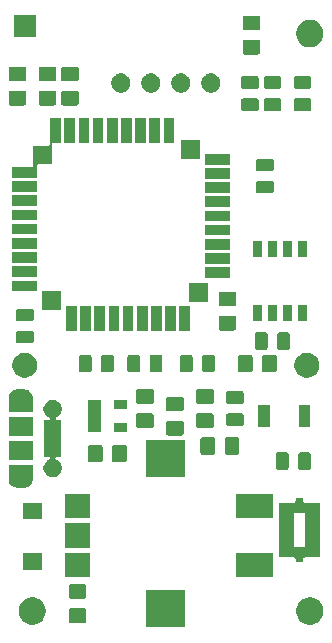
<source format=gbr>
G04 #@! TF.GenerationSoftware,KiCad,Pcbnew,(5.0.1)-4*
G04 #@! TF.CreationDate,2019-11-10T23:47:17+01:00*
G04 #@! TF.ProjectId,rak4260,72616B343236302E6B696361645F7063,0.3*
G04 #@! TF.SameCoordinates,Original*
G04 #@! TF.FileFunction,Soldermask,Top*
G04 #@! TF.FilePolarity,Negative*
%FSLAX46Y46*%
G04 Gerber Fmt 4.6, Leading zero omitted, Abs format (unit mm)*
G04 Created by KiCad (PCBNEW (5.0.1)-4) date 10/11/2019 23:47:17*
%MOMM*%
%LPD*%
G01*
G04 APERTURE LIST*
%ADD10C,0.100000*%
G04 APERTURE END LIST*
D10*
G36*
X117101000Y-90261000D02*
X113799000Y-90261000D01*
X113799000Y-87159000D01*
X117101000Y-87159000D01*
X117101000Y-90261000D01*
X117101000Y-90261000D01*
G37*
G36*
X127970734Y-87793232D02*
X128180202Y-87879996D01*
X128368723Y-88005962D01*
X128529038Y-88166277D01*
X128655004Y-88354798D01*
X128741768Y-88564266D01*
X128786000Y-88786635D01*
X128786000Y-89013365D01*
X128741768Y-89235734D01*
X128655004Y-89445202D01*
X128529038Y-89633723D01*
X128368723Y-89794038D01*
X128180202Y-89920004D01*
X127970734Y-90006768D01*
X127748365Y-90051000D01*
X127521635Y-90051000D01*
X127299266Y-90006768D01*
X127089798Y-89920004D01*
X126901277Y-89794038D01*
X126740962Y-89633723D01*
X126614996Y-89445202D01*
X126528232Y-89235734D01*
X126484000Y-89013365D01*
X126484000Y-88786635D01*
X126528232Y-88564266D01*
X126614996Y-88354798D01*
X126740962Y-88166277D01*
X126901277Y-88005962D01*
X127089798Y-87879996D01*
X127299266Y-87793232D01*
X127521635Y-87749000D01*
X127748365Y-87749000D01*
X127970734Y-87793232D01*
X127970734Y-87793232D01*
G37*
G36*
X104475734Y-87793232D02*
X104685202Y-87879996D01*
X104873723Y-88005962D01*
X105034038Y-88166277D01*
X105160004Y-88354798D01*
X105246768Y-88564266D01*
X105291000Y-88786635D01*
X105291000Y-89013365D01*
X105246768Y-89235734D01*
X105160004Y-89445202D01*
X105034038Y-89633723D01*
X104873723Y-89794038D01*
X104685202Y-89920004D01*
X104475734Y-90006768D01*
X104253365Y-90051000D01*
X104026635Y-90051000D01*
X103804266Y-90006768D01*
X103594798Y-89920004D01*
X103406277Y-89794038D01*
X103245962Y-89633723D01*
X103119996Y-89445202D01*
X103033232Y-89235734D01*
X102989000Y-89013365D01*
X102989000Y-88786635D01*
X103033232Y-88564266D01*
X103119996Y-88354798D01*
X103245962Y-88166277D01*
X103406277Y-88005962D01*
X103594798Y-87879996D01*
X103804266Y-87793232D01*
X104026635Y-87749000D01*
X104253365Y-87749000D01*
X104475734Y-87793232D01*
X104475734Y-87793232D01*
G37*
G36*
X108538677Y-88668465D02*
X108576364Y-88679898D01*
X108611103Y-88698466D01*
X108641548Y-88723452D01*
X108666534Y-88753897D01*
X108685102Y-88788636D01*
X108696535Y-88826323D01*
X108701000Y-88871661D01*
X108701000Y-89708339D01*
X108696535Y-89753677D01*
X108685102Y-89791364D01*
X108666534Y-89826103D01*
X108641548Y-89856548D01*
X108611103Y-89881534D01*
X108576364Y-89900102D01*
X108538677Y-89911535D01*
X108493339Y-89916000D01*
X107406661Y-89916000D01*
X107361323Y-89911535D01*
X107323636Y-89900102D01*
X107288897Y-89881534D01*
X107258452Y-89856548D01*
X107233466Y-89826103D01*
X107214898Y-89791364D01*
X107203465Y-89753677D01*
X107199000Y-89708339D01*
X107199000Y-88871661D01*
X107203465Y-88826323D01*
X107214898Y-88788636D01*
X107233466Y-88753897D01*
X107258452Y-88723452D01*
X107288897Y-88698466D01*
X107323636Y-88679898D01*
X107361323Y-88668465D01*
X107406661Y-88664000D01*
X108493339Y-88664000D01*
X108538677Y-88668465D01*
X108538677Y-88668465D01*
G37*
G36*
X108538677Y-86618465D02*
X108576364Y-86629898D01*
X108611103Y-86648466D01*
X108641548Y-86673452D01*
X108666534Y-86703897D01*
X108685102Y-86738636D01*
X108696535Y-86776323D01*
X108701000Y-86821661D01*
X108701000Y-87658339D01*
X108696535Y-87703677D01*
X108685102Y-87741364D01*
X108666534Y-87776103D01*
X108641548Y-87806548D01*
X108611103Y-87831534D01*
X108576364Y-87850102D01*
X108538677Y-87861535D01*
X108493339Y-87866000D01*
X107406661Y-87866000D01*
X107361323Y-87861535D01*
X107323636Y-87850102D01*
X107288897Y-87831534D01*
X107258452Y-87806548D01*
X107233466Y-87776103D01*
X107214898Y-87741364D01*
X107203465Y-87703677D01*
X107199000Y-87658339D01*
X107199000Y-86821661D01*
X107203465Y-86776323D01*
X107214898Y-86738636D01*
X107233466Y-86703897D01*
X107258452Y-86673452D01*
X107288897Y-86648466D01*
X107323636Y-86629898D01*
X107361323Y-86618465D01*
X107406661Y-86614000D01*
X108493339Y-86614000D01*
X108538677Y-86618465D01*
X108538677Y-86618465D01*
G37*
G36*
X124501000Y-86061000D02*
X121399000Y-86061000D01*
X121399000Y-83959000D01*
X124501000Y-83959000D01*
X124501000Y-86061000D01*
X124501000Y-86061000D01*
G37*
G36*
X109001000Y-86061000D02*
X106899000Y-86061000D01*
X106899000Y-83959000D01*
X109001000Y-83959000D01*
X109001000Y-86061000D01*
X109001000Y-86061000D01*
G37*
G36*
X104926000Y-85386000D02*
X103354000Y-85386000D01*
X103354000Y-84014000D01*
X104926000Y-84014000D01*
X104926000Y-85386000D01*
X104926000Y-85386000D01*
G37*
G36*
X127072000Y-79591000D02*
X127074402Y-79615386D01*
X127081515Y-79638835D01*
X127093066Y-79660446D01*
X127108612Y-79679388D01*
X127127554Y-79694934D01*
X127149165Y-79706485D01*
X127172614Y-79713598D01*
X127197000Y-79716000D01*
X128469500Y-79716000D01*
X128469500Y-84368000D01*
X127197000Y-84368000D01*
X127172614Y-84370402D01*
X127149165Y-84377515D01*
X127127554Y-84389066D01*
X127108612Y-84404612D01*
X127093066Y-84423554D01*
X127081515Y-84445165D01*
X127074402Y-84468614D01*
X127072000Y-84493000D01*
X127072000Y-84765500D01*
X126420000Y-84765500D01*
X126420000Y-84493000D01*
X126417598Y-84468614D01*
X126410485Y-84445165D01*
X126398934Y-84423554D01*
X126383388Y-84404612D01*
X126364446Y-84389066D01*
X126342835Y-84377515D01*
X126319386Y-84370402D01*
X126295000Y-84368000D01*
X125022500Y-84368000D01*
X125022500Y-80690500D01*
X126269500Y-80690500D01*
X126269500Y-83393500D01*
X126271902Y-83417886D01*
X126279015Y-83441335D01*
X126290566Y-83462946D01*
X126306112Y-83481888D01*
X126325054Y-83497434D01*
X126346665Y-83508985D01*
X126370114Y-83516098D01*
X126394500Y-83518500D01*
X127097500Y-83518500D01*
X127121886Y-83516098D01*
X127145335Y-83508985D01*
X127166946Y-83497434D01*
X127185888Y-83481888D01*
X127201434Y-83462946D01*
X127212985Y-83441335D01*
X127220098Y-83417886D01*
X127222500Y-83393500D01*
X127222500Y-80690500D01*
X127220098Y-80666114D01*
X127212985Y-80642665D01*
X127201434Y-80621054D01*
X127185888Y-80602112D01*
X127166946Y-80586566D01*
X127145335Y-80575015D01*
X127121886Y-80567902D01*
X127097500Y-80565500D01*
X126394500Y-80565500D01*
X126370114Y-80567902D01*
X126346665Y-80575015D01*
X126325054Y-80586566D01*
X126306112Y-80602112D01*
X126290566Y-80621054D01*
X126279015Y-80642665D01*
X126271902Y-80666114D01*
X126269500Y-80690500D01*
X125022500Y-80690500D01*
X125022500Y-79716000D01*
X126295000Y-79716000D01*
X126319386Y-79713598D01*
X126342835Y-79706485D01*
X126364446Y-79694934D01*
X126383388Y-79679388D01*
X126398934Y-79660446D01*
X126410485Y-79638835D01*
X126417598Y-79615386D01*
X126420000Y-79591000D01*
X126420000Y-79318500D01*
X127072000Y-79318500D01*
X127072000Y-79591000D01*
X127072000Y-79591000D01*
G37*
G36*
X109001000Y-83561000D02*
X106899000Y-83561000D01*
X106899000Y-81459000D01*
X109001000Y-81459000D01*
X109001000Y-83561000D01*
X109001000Y-83561000D01*
G37*
G36*
X104926000Y-81086000D02*
X103354000Y-81086000D01*
X103354000Y-79714000D01*
X104926000Y-79714000D01*
X104926000Y-81086000D01*
X104926000Y-81086000D01*
G37*
G36*
X109001000Y-81061000D02*
X106899000Y-81061000D01*
X106899000Y-78959000D01*
X109001000Y-78959000D01*
X109001000Y-81061000D01*
X109001000Y-81061000D01*
G37*
G36*
X124501000Y-81061000D02*
X121399000Y-81061000D01*
X121399000Y-78959000D01*
X124501000Y-78959000D01*
X124501000Y-81061000D01*
X124501000Y-81061000D01*
G37*
G36*
X104157500Y-77756886D02*
X104158102Y-77769138D01*
X104160649Y-77795000D01*
X104158102Y-77820862D01*
X104157500Y-77833114D01*
X104157500Y-77906407D01*
X104148543Y-77923165D01*
X104144410Y-77934715D01*
X104110855Y-78045333D01*
X104057319Y-78145491D01*
X104050405Y-78158426D01*
X103969053Y-78257553D01*
X103869926Y-78338905D01*
X103869924Y-78338906D01*
X103756833Y-78399355D01*
X103715927Y-78411763D01*
X103634118Y-78436580D01*
X103570355Y-78442860D01*
X103538474Y-78446000D01*
X102774526Y-78446000D01*
X102742645Y-78442860D01*
X102678882Y-78436580D01*
X102597073Y-78411763D01*
X102556167Y-78399355D01*
X102443076Y-78338906D01*
X102443074Y-78338905D01*
X102343947Y-78257553D01*
X102262595Y-78158426D01*
X102255681Y-78145491D01*
X102202145Y-78045333D01*
X102168590Y-77934715D01*
X102159212Y-77912076D01*
X102155500Y-77906520D01*
X102155500Y-77833114D01*
X102154898Y-77820862D01*
X102152351Y-77795000D01*
X102154898Y-77769138D01*
X102155500Y-77756886D01*
X102155500Y-76544000D01*
X104157500Y-76544000D01*
X104157500Y-77756886D01*
X104157500Y-77756886D01*
G37*
G36*
X106082849Y-71048820D02*
X106082852Y-71048821D01*
X106082851Y-71048821D01*
X106224074Y-71107317D01*
X106344798Y-71187983D01*
X106351174Y-71192243D01*
X106459257Y-71300326D01*
X106459259Y-71300329D01*
X106544183Y-71427426D01*
X106589427Y-71536657D01*
X106602680Y-71568651D01*
X106632500Y-71718569D01*
X106632500Y-71871431D01*
X106602680Y-72021349D01*
X106602679Y-72021351D01*
X106544183Y-72162574D01*
X106469955Y-72273663D01*
X106459257Y-72289674D01*
X106351174Y-72397757D01*
X106351171Y-72397759D01*
X106224074Y-72482683D01*
X106173778Y-72503516D01*
X106152169Y-72515067D01*
X106133227Y-72530612D01*
X106117682Y-72549554D01*
X106106131Y-72571165D01*
X106099018Y-72594614D01*
X106096616Y-72619000D01*
X106099018Y-72643387D01*
X106106131Y-72666836D01*
X106117683Y-72688447D01*
X106133228Y-72707389D01*
X106152170Y-72722934D01*
X106173781Y-72734485D01*
X106197230Y-72741598D01*
X106221616Y-72744000D01*
X106582500Y-72744000D01*
X106582500Y-75846000D01*
X106221616Y-75846000D01*
X106197230Y-75848402D01*
X106173781Y-75855515D01*
X106152170Y-75867066D01*
X106133228Y-75882612D01*
X106117682Y-75901554D01*
X106106131Y-75923165D01*
X106099018Y-75946614D01*
X106096616Y-75971000D01*
X106099018Y-75995386D01*
X106106131Y-76018835D01*
X106117682Y-76040446D01*
X106133228Y-76059388D01*
X106152170Y-76074934D01*
X106173778Y-76086484D01*
X106224074Y-76107317D01*
X106293456Y-76153677D01*
X106351174Y-76192243D01*
X106459257Y-76300326D01*
X106459259Y-76300329D01*
X106544183Y-76427426D01*
X106589427Y-76536657D01*
X106602680Y-76568651D01*
X106632500Y-76718569D01*
X106632500Y-76871431D01*
X106602680Y-77021349D01*
X106602679Y-77021351D01*
X106544183Y-77162574D01*
X106544182Y-77162575D01*
X106459257Y-77289674D01*
X106351174Y-77397757D01*
X106351171Y-77397759D01*
X106224074Y-77482683D01*
X106114843Y-77527927D01*
X106082849Y-77541180D01*
X105932931Y-77571000D01*
X105780069Y-77571000D01*
X105630151Y-77541180D01*
X105598157Y-77527927D01*
X105488926Y-77482683D01*
X105361829Y-77397759D01*
X105361826Y-77397757D01*
X105253743Y-77289674D01*
X105168818Y-77162575D01*
X105168817Y-77162574D01*
X105110321Y-77021351D01*
X105110320Y-77021349D01*
X105080500Y-76871431D01*
X105080500Y-76718569D01*
X105110320Y-76568651D01*
X105123573Y-76536657D01*
X105168817Y-76427426D01*
X105253741Y-76300329D01*
X105253743Y-76300326D01*
X105361826Y-76192243D01*
X105419544Y-76153677D01*
X105488926Y-76107317D01*
X105539222Y-76086484D01*
X105560831Y-76074933D01*
X105579773Y-76059388D01*
X105595318Y-76040446D01*
X105606869Y-76018835D01*
X105613982Y-75995386D01*
X105616384Y-75971000D01*
X105613982Y-75946613D01*
X105606869Y-75923164D01*
X105595317Y-75901553D01*
X105579772Y-75882611D01*
X105560830Y-75867066D01*
X105539219Y-75855515D01*
X105515770Y-75848402D01*
X105491384Y-75846000D01*
X105130500Y-75846000D01*
X105130500Y-72744000D01*
X105491384Y-72744000D01*
X105515770Y-72741598D01*
X105539219Y-72734485D01*
X105560830Y-72722934D01*
X105579772Y-72707388D01*
X105595318Y-72688446D01*
X105606869Y-72666835D01*
X105613982Y-72643386D01*
X105616384Y-72619000D01*
X105613982Y-72594614D01*
X105606869Y-72571165D01*
X105595318Y-72549554D01*
X105579772Y-72530612D01*
X105560830Y-72515066D01*
X105539222Y-72503516D01*
X105488926Y-72482683D01*
X105361829Y-72397759D01*
X105361826Y-72397757D01*
X105253743Y-72289674D01*
X105243045Y-72273663D01*
X105168817Y-72162574D01*
X105110321Y-72021351D01*
X105110320Y-72021349D01*
X105080500Y-71871431D01*
X105080500Y-71718569D01*
X105110320Y-71568651D01*
X105123573Y-71536657D01*
X105168817Y-71427426D01*
X105253741Y-71300329D01*
X105253743Y-71300326D01*
X105361826Y-71192243D01*
X105368202Y-71187983D01*
X105488926Y-71107317D01*
X105630149Y-71048821D01*
X105630148Y-71048821D01*
X105630151Y-71048820D01*
X105780069Y-71019000D01*
X105932931Y-71019000D01*
X106082849Y-71048820D01*
X106082849Y-71048820D01*
G37*
G36*
X117101000Y-77561000D02*
X113799000Y-77561000D01*
X113799000Y-74459000D01*
X117101000Y-74459000D01*
X117101000Y-77561000D01*
X117101000Y-77561000D01*
G37*
G36*
X127547466Y-75453565D02*
X127586137Y-75465296D01*
X127621779Y-75484348D01*
X127653017Y-75509983D01*
X127678652Y-75541221D01*
X127697704Y-75576863D01*
X127709435Y-75615534D01*
X127714000Y-75661888D01*
X127714000Y-76738112D01*
X127709435Y-76784466D01*
X127697704Y-76823137D01*
X127678652Y-76858779D01*
X127653017Y-76890017D01*
X127621779Y-76915652D01*
X127586137Y-76934704D01*
X127547466Y-76946435D01*
X127501112Y-76951000D01*
X126849888Y-76951000D01*
X126803534Y-76946435D01*
X126764863Y-76934704D01*
X126729221Y-76915652D01*
X126697983Y-76890017D01*
X126672348Y-76858779D01*
X126653296Y-76823137D01*
X126641565Y-76784466D01*
X126637000Y-76738112D01*
X126637000Y-75661888D01*
X126641565Y-75615534D01*
X126653296Y-75576863D01*
X126672348Y-75541221D01*
X126697983Y-75509983D01*
X126729221Y-75484348D01*
X126764863Y-75465296D01*
X126803534Y-75453565D01*
X126849888Y-75449000D01*
X127501112Y-75449000D01*
X127547466Y-75453565D01*
X127547466Y-75453565D01*
G37*
G36*
X125672466Y-75453565D02*
X125711137Y-75465296D01*
X125746779Y-75484348D01*
X125778017Y-75509983D01*
X125803652Y-75541221D01*
X125822704Y-75576863D01*
X125834435Y-75615534D01*
X125839000Y-75661888D01*
X125839000Y-76738112D01*
X125834435Y-76784466D01*
X125822704Y-76823137D01*
X125803652Y-76858779D01*
X125778017Y-76890017D01*
X125746779Y-76915652D01*
X125711137Y-76934704D01*
X125672466Y-76946435D01*
X125626112Y-76951000D01*
X124974888Y-76951000D01*
X124928534Y-76946435D01*
X124889863Y-76934704D01*
X124854221Y-76915652D01*
X124822983Y-76890017D01*
X124797348Y-76858779D01*
X124778296Y-76823137D01*
X124766565Y-76784466D01*
X124762000Y-76738112D01*
X124762000Y-75661888D01*
X124766565Y-75615534D01*
X124778296Y-75576863D01*
X124797348Y-75541221D01*
X124822983Y-75509983D01*
X124854221Y-75484348D01*
X124889863Y-75465296D01*
X124928534Y-75453565D01*
X124974888Y-75449000D01*
X125626112Y-75449000D01*
X125672466Y-75453565D01*
X125672466Y-75453565D01*
G37*
G36*
X109928677Y-74818465D02*
X109966364Y-74829898D01*
X110001103Y-74848466D01*
X110031548Y-74873452D01*
X110056534Y-74903897D01*
X110075102Y-74938636D01*
X110086535Y-74976323D01*
X110091000Y-75021661D01*
X110091000Y-76108339D01*
X110086535Y-76153677D01*
X110075102Y-76191364D01*
X110056534Y-76226103D01*
X110031548Y-76256548D01*
X110001103Y-76281534D01*
X109966364Y-76300102D01*
X109928677Y-76311535D01*
X109883339Y-76316000D01*
X109046661Y-76316000D01*
X109001323Y-76311535D01*
X108963636Y-76300102D01*
X108928897Y-76281534D01*
X108898452Y-76256548D01*
X108873466Y-76226103D01*
X108854898Y-76191364D01*
X108843465Y-76153677D01*
X108839000Y-76108339D01*
X108839000Y-75021661D01*
X108843465Y-74976323D01*
X108854898Y-74938636D01*
X108873466Y-74903897D01*
X108898452Y-74873452D01*
X108928897Y-74848466D01*
X108963636Y-74829898D01*
X109001323Y-74818465D01*
X109046661Y-74814000D01*
X109883339Y-74814000D01*
X109928677Y-74818465D01*
X109928677Y-74818465D01*
G37*
G36*
X111978677Y-74818465D02*
X112016364Y-74829898D01*
X112051103Y-74848466D01*
X112081548Y-74873452D01*
X112106534Y-74903897D01*
X112125102Y-74938636D01*
X112136535Y-74976323D01*
X112141000Y-75021661D01*
X112141000Y-76108339D01*
X112136535Y-76153677D01*
X112125102Y-76191364D01*
X112106534Y-76226103D01*
X112081548Y-76256548D01*
X112051103Y-76281534D01*
X112016364Y-76300102D01*
X111978677Y-76311535D01*
X111933339Y-76316000D01*
X111096661Y-76316000D01*
X111051323Y-76311535D01*
X111013636Y-76300102D01*
X110978897Y-76281534D01*
X110948452Y-76256548D01*
X110923466Y-76226103D01*
X110904898Y-76191364D01*
X110893465Y-76153677D01*
X110889000Y-76108339D01*
X110889000Y-75021661D01*
X110893465Y-74976323D01*
X110904898Y-74938636D01*
X110923466Y-74903897D01*
X110948452Y-74873452D01*
X110978897Y-74848466D01*
X111013636Y-74829898D01*
X111051323Y-74818465D01*
X111096661Y-74814000D01*
X111933339Y-74814000D01*
X111978677Y-74818465D01*
X111978677Y-74818465D01*
G37*
G36*
X104157500Y-76096000D02*
X102155500Y-76096000D01*
X102155500Y-74494000D01*
X104157500Y-74494000D01*
X104157500Y-76096000D01*
X104157500Y-76096000D01*
G37*
G36*
X119453677Y-74183465D02*
X119491364Y-74194898D01*
X119526103Y-74213466D01*
X119556548Y-74238452D01*
X119581534Y-74268897D01*
X119600102Y-74303636D01*
X119611535Y-74341323D01*
X119616000Y-74386661D01*
X119616000Y-75473339D01*
X119611535Y-75518677D01*
X119600102Y-75556364D01*
X119581534Y-75591103D01*
X119556548Y-75621548D01*
X119526103Y-75646534D01*
X119491364Y-75665102D01*
X119453677Y-75676535D01*
X119408339Y-75681000D01*
X118571661Y-75681000D01*
X118526323Y-75676535D01*
X118488636Y-75665102D01*
X118453897Y-75646534D01*
X118423452Y-75621548D01*
X118398466Y-75591103D01*
X118379898Y-75556364D01*
X118368465Y-75518677D01*
X118364000Y-75473339D01*
X118364000Y-74386661D01*
X118368465Y-74341323D01*
X118379898Y-74303636D01*
X118398466Y-74268897D01*
X118423452Y-74238452D01*
X118453897Y-74213466D01*
X118488636Y-74194898D01*
X118526323Y-74183465D01*
X118571661Y-74179000D01*
X119408339Y-74179000D01*
X119453677Y-74183465D01*
X119453677Y-74183465D01*
G37*
G36*
X121503677Y-74183465D02*
X121541364Y-74194898D01*
X121576103Y-74213466D01*
X121606548Y-74238452D01*
X121631534Y-74268897D01*
X121650102Y-74303636D01*
X121661535Y-74341323D01*
X121666000Y-74386661D01*
X121666000Y-75473339D01*
X121661535Y-75518677D01*
X121650102Y-75556364D01*
X121631534Y-75591103D01*
X121606548Y-75621548D01*
X121576103Y-75646534D01*
X121541364Y-75665102D01*
X121503677Y-75676535D01*
X121458339Y-75681000D01*
X120621661Y-75681000D01*
X120576323Y-75676535D01*
X120538636Y-75665102D01*
X120503897Y-75646534D01*
X120473452Y-75621548D01*
X120448466Y-75591103D01*
X120429898Y-75556364D01*
X120418465Y-75518677D01*
X120414000Y-75473339D01*
X120414000Y-74386661D01*
X120418465Y-74341323D01*
X120429898Y-74303636D01*
X120448466Y-74268897D01*
X120473452Y-74238452D01*
X120503897Y-74213466D01*
X120538636Y-74194898D01*
X120576323Y-74183465D01*
X120621661Y-74179000D01*
X121458339Y-74179000D01*
X121503677Y-74183465D01*
X121503677Y-74183465D01*
G37*
G36*
X104157500Y-74096000D02*
X102155500Y-74096000D01*
X102155500Y-72494000D01*
X104157500Y-72494000D01*
X104157500Y-74096000D01*
X104157500Y-74096000D01*
G37*
G36*
X116793677Y-72793465D02*
X116831364Y-72804898D01*
X116866103Y-72823466D01*
X116896548Y-72848452D01*
X116921534Y-72878897D01*
X116940102Y-72913636D01*
X116951535Y-72951323D01*
X116956000Y-72996661D01*
X116956000Y-73833339D01*
X116951535Y-73878677D01*
X116940102Y-73916364D01*
X116921534Y-73951103D01*
X116896548Y-73981548D01*
X116866103Y-74006534D01*
X116831364Y-74025102D01*
X116793677Y-74036535D01*
X116748339Y-74041000D01*
X115661661Y-74041000D01*
X115616323Y-74036535D01*
X115578636Y-74025102D01*
X115543897Y-74006534D01*
X115513452Y-73981548D01*
X115488466Y-73951103D01*
X115469898Y-73916364D01*
X115458465Y-73878677D01*
X115454000Y-73833339D01*
X115454000Y-72996661D01*
X115458465Y-72951323D01*
X115469898Y-72913636D01*
X115488466Y-72878897D01*
X115513452Y-72848452D01*
X115543897Y-72823466D01*
X115578636Y-72804898D01*
X115616323Y-72793465D01*
X115661661Y-72789000D01*
X116748339Y-72789000D01*
X116793677Y-72793465D01*
X116793677Y-72793465D01*
G37*
G36*
X112171000Y-73716000D02*
X111009000Y-73716000D01*
X111009000Y-72964000D01*
X112171000Y-72964000D01*
X112171000Y-73716000D01*
X112171000Y-73716000D01*
G37*
G36*
X109971000Y-73716000D02*
X108809000Y-73716000D01*
X108809000Y-71064000D01*
X109971000Y-71064000D01*
X109971000Y-73716000D01*
X109971000Y-73716000D01*
G37*
G36*
X114253677Y-72158465D02*
X114291364Y-72169898D01*
X114326103Y-72188466D01*
X114356548Y-72213452D01*
X114381534Y-72243897D01*
X114400102Y-72278636D01*
X114411535Y-72316323D01*
X114416000Y-72361661D01*
X114416000Y-73198339D01*
X114411535Y-73243677D01*
X114400102Y-73281364D01*
X114381534Y-73316103D01*
X114356548Y-73346548D01*
X114326103Y-73371534D01*
X114291364Y-73390102D01*
X114253677Y-73401535D01*
X114208339Y-73406000D01*
X113121661Y-73406000D01*
X113076323Y-73401535D01*
X113038636Y-73390102D01*
X113003897Y-73371534D01*
X112973452Y-73346548D01*
X112948466Y-73316103D01*
X112929898Y-73281364D01*
X112918465Y-73243677D01*
X112914000Y-73198339D01*
X112914000Y-72361661D01*
X112918465Y-72316323D01*
X112929898Y-72278636D01*
X112948466Y-72243897D01*
X112973452Y-72213452D01*
X113003897Y-72188466D01*
X113038636Y-72169898D01*
X113076323Y-72158465D01*
X113121661Y-72154000D01*
X114208339Y-72154000D01*
X114253677Y-72158465D01*
X114253677Y-72158465D01*
G37*
G36*
X119333677Y-72158465D02*
X119371364Y-72169898D01*
X119406103Y-72188466D01*
X119436548Y-72213452D01*
X119461534Y-72243897D01*
X119480102Y-72278636D01*
X119491535Y-72316323D01*
X119496000Y-72361661D01*
X119496000Y-73198339D01*
X119491535Y-73243677D01*
X119480102Y-73281364D01*
X119461534Y-73316103D01*
X119436548Y-73346548D01*
X119406103Y-73371534D01*
X119371364Y-73390102D01*
X119333677Y-73401535D01*
X119288339Y-73406000D01*
X118201661Y-73406000D01*
X118156323Y-73401535D01*
X118118636Y-73390102D01*
X118083897Y-73371534D01*
X118053452Y-73346548D01*
X118028466Y-73316103D01*
X118009898Y-73281364D01*
X117998465Y-73243677D01*
X117994000Y-73198339D01*
X117994000Y-72361661D01*
X117998465Y-72316323D01*
X118009898Y-72278636D01*
X118028466Y-72243897D01*
X118053452Y-72213452D01*
X118083897Y-72188466D01*
X118118636Y-72169898D01*
X118156323Y-72158465D01*
X118201661Y-72154000D01*
X119288339Y-72154000D01*
X119333677Y-72158465D01*
X119333677Y-72158465D01*
G37*
G36*
X124277000Y-73291000D02*
X123275000Y-73291000D01*
X123275000Y-71489000D01*
X124277000Y-71489000D01*
X124277000Y-73291000D01*
X124277000Y-73291000D01*
G37*
G36*
X127677000Y-73291000D02*
X126675000Y-73291000D01*
X126675000Y-71489000D01*
X127677000Y-71489000D01*
X127677000Y-73291000D01*
X127677000Y-73291000D01*
G37*
G36*
X121869466Y-72158565D02*
X121908137Y-72170296D01*
X121943779Y-72189348D01*
X121975017Y-72214983D01*
X122000652Y-72246221D01*
X122019704Y-72281863D01*
X122031435Y-72320534D01*
X122036000Y-72366888D01*
X122036000Y-73018112D01*
X122031435Y-73064466D01*
X122019704Y-73103137D01*
X122000652Y-73138779D01*
X121975017Y-73170017D01*
X121943779Y-73195652D01*
X121908137Y-73214704D01*
X121869466Y-73226435D01*
X121823112Y-73231000D01*
X120746888Y-73231000D01*
X120700534Y-73226435D01*
X120661863Y-73214704D01*
X120626221Y-73195652D01*
X120594983Y-73170017D01*
X120569348Y-73138779D01*
X120550296Y-73103137D01*
X120538565Y-73064466D01*
X120534000Y-73018112D01*
X120534000Y-72366888D01*
X120538565Y-72320534D01*
X120550296Y-72281863D01*
X120569348Y-72246221D01*
X120594983Y-72214983D01*
X120626221Y-72189348D01*
X120661863Y-72170296D01*
X120700534Y-72158565D01*
X120746888Y-72154000D01*
X121823112Y-72154000D01*
X121869466Y-72158565D01*
X121869466Y-72158565D01*
G37*
G36*
X103570355Y-70147140D02*
X103634118Y-70153420D01*
X103715927Y-70178237D01*
X103756833Y-70190645D01*
X103821035Y-70224962D01*
X103869926Y-70251095D01*
X103969053Y-70332447D01*
X104050405Y-70431574D01*
X104050406Y-70431576D01*
X104110855Y-70544667D01*
X104144410Y-70655285D01*
X104153788Y-70677924D01*
X104157500Y-70683480D01*
X104157500Y-70756886D01*
X104158102Y-70769138D01*
X104160649Y-70795000D01*
X104158102Y-70820862D01*
X104157500Y-70833114D01*
X104157500Y-72046000D01*
X102155500Y-72046000D01*
X102155500Y-70833114D01*
X102154898Y-70820862D01*
X102152351Y-70795000D01*
X102154898Y-70769138D01*
X102155500Y-70756886D01*
X102155500Y-70683593D01*
X102164457Y-70666835D01*
X102168590Y-70655285D01*
X102202145Y-70544667D01*
X102262594Y-70431576D01*
X102262595Y-70431574D01*
X102343947Y-70332447D01*
X102443074Y-70251095D01*
X102491965Y-70224962D01*
X102556167Y-70190645D01*
X102597073Y-70178237D01*
X102678882Y-70153420D01*
X102742645Y-70147140D01*
X102774526Y-70144000D01*
X103538474Y-70144000D01*
X103570355Y-70147140D01*
X103570355Y-70147140D01*
G37*
G36*
X116793677Y-70743465D02*
X116831364Y-70754898D01*
X116866103Y-70773466D01*
X116896548Y-70798452D01*
X116921534Y-70828897D01*
X116940102Y-70863636D01*
X116951535Y-70901323D01*
X116956000Y-70946661D01*
X116956000Y-71783339D01*
X116951535Y-71828677D01*
X116940102Y-71866364D01*
X116921534Y-71901103D01*
X116896548Y-71931548D01*
X116866103Y-71956534D01*
X116831364Y-71975102D01*
X116793677Y-71986535D01*
X116748339Y-71991000D01*
X115661661Y-71991000D01*
X115616323Y-71986535D01*
X115578636Y-71975102D01*
X115543897Y-71956534D01*
X115513452Y-71931548D01*
X115488466Y-71901103D01*
X115469898Y-71866364D01*
X115458465Y-71828677D01*
X115454000Y-71783339D01*
X115454000Y-70946661D01*
X115458465Y-70901323D01*
X115469898Y-70863636D01*
X115488466Y-70828897D01*
X115513452Y-70798452D01*
X115543897Y-70773466D01*
X115578636Y-70754898D01*
X115616323Y-70743465D01*
X115661661Y-70739000D01*
X116748339Y-70739000D01*
X116793677Y-70743465D01*
X116793677Y-70743465D01*
G37*
G36*
X112171000Y-71816000D02*
X111009000Y-71816000D01*
X111009000Y-71064000D01*
X112171000Y-71064000D01*
X112171000Y-71816000D01*
X112171000Y-71816000D01*
G37*
G36*
X119333677Y-70108465D02*
X119371364Y-70119898D01*
X119406103Y-70138466D01*
X119436548Y-70163452D01*
X119461534Y-70193897D01*
X119480102Y-70228636D01*
X119491535Y-70266323D01*
X119496000Y-70311661D01*
X119496000Y-71148339D01*
X119491535Y-71193677D01*
X119480102Y-71231364D01*
X119461534Y-71266103D01*
X119436548Y-71296548D01*
X119406103Y-71321534D01*
X119371364Y-71340102D01*
X119333677Y-71351535D01*
X119288339Y-71356000D01*
X118201661Y-71356000D01*
X118156323Y-71351535D01*
X118118636Y-71340102D01*
X118083897Y-71321534D01*
X118053452Y-71296548D01*
X118028466Y-71266103D01*
X118009898Y-71231364D01*
X117998465Y-71193677D01*
X117994000Y-71148339D01*
X117994000Y-70311661D01*
X117998465Y-70266323D01*
X118009898Y-70228636D01*
X118028466Y-70193897D01*
X118053452Y-70163452D01*
X118083897Y-70138466D01*
X118118636Y-70119898D01*
X118156323Y-70108465D01*
X118201661Y-70104000D01*
X119288339Y-70104000D01*
X119333677Y-70108465D01*
X119333677Y-70108465D01*
G37*
G36*
X121869466Y-70283565D02*
X121908137Y-70295296D01*
X121943779Y-70314348D01*
X121975017Y-70339983D01*
X122000652Y-70371221D01*
X122019704Y-70406863D01*
X122031435Y-70445534D01*
X122036000Y-70491888D01*
X122036000Y-71143112D01*
X122031435Y-71189466D01*
X122019704Y-71228137D01*
X122000652Y-71263779D01*
X121975017Y-71295017D01*
X121943779Y-71320652D01*
X121908137Y-71339704D01*
X121869466Y-71351435D01*
X121823112Y-71356000D01*
X120746888Y-71356000D01*
X120700534Y-71351435D01*
X120661863Y-71339704D01*
X120626221Y-71320652D01*
X120594983Y-71295017D01*
X120569348Y-71263779D01*
X120550296Y-71228137D01*
X120538565Y-71189466D01*
X120534000Y-71143112D01*
X120534000Y-70491888D01*
X120538565Y-70445534D01*
X120550296Y-70406863D01*
X120569348Y-70371221D01*
X120594983Y-70339983D01*
X120626221Y-70314348D01*
X120661863Y-70295296D01*
X120700534Y-70283565D01*
X120746888Y-70279000D01*
X121823112Y-70279000D01*
X121869466Y-70283565D01*
X121869466Y-70283565D01*
G37*
G36*
X114253677Y-70108465D02*
X114291364Y-70119898D01*
X114326103Y-70138466D01*
X114356548Y-70163452D01*
X114381534Y-70193897D01*
X114400102Y-70228636D01*
X114411535Y-70266323D01*
X114416000Y-70311661D01*
X114416000Y-71148339D01*
X114411535Y-71193677D01*
X114400102Y-71231364D01*
X114381534Y-71266103D01*
X114356548Y-71296548D01*
X114326103Y-71321534D01*
X114291364Y-71340102D01*
X114253677Y-71351535D01*
X114208339Y-71356000D01*
X113121661Y-71356000D01*
X113076323Y-71351535D01*
X113038636Y-71340102D01*
X113003897Y-71321534D01*
X112973452Y-71296548D01*
X112948466Y-71266103D01*
X112929898Y-71231364D01*
X112918465Y-71193677D01*
X112914000Y-71148339D01*
X112914000Y-70311661D01*
X112918465Y-70266323D01*
X112929898Y-70228636D01*
X112948466Y-70193897D01*
X112973452Y-70163452D01*
X113003897Y-70138466D01*
X113038636Y-70119898D01*
X113076323Y-70108465D01*
X113121661Y-70104000D01*
X114208339Y-70104000D01*
X114253677Y-70108465D01*
X114253677Y-70108465D01*
G37*
G36*
X103787565Y-67085389D02*
X103978834Y-67164615D01*
X104150976Y-67279637D01*
X104297363Y-67426024D01*
X104412385Y-67598166D01*
X104491611Y-67789435D01*
X104532000Y-67992484D01*
X104532000Y-68199516D01*
X104491611Y-68402565D01*
X104412385Y-68593834D01*
X104297363Y-68765976D01*
X104150976Y-68912363D01*
X103978834Y-69027385D01*
X103787565Y-69106611D01*
X103584516Y-69147000D01*
X103377484Y-69147000D01*
X103174435Y-69106611D01*
X102983166Y-69027385D01*
X102811024Y-68912363D01*
X102664637Y-68765976D01*
X102549615Y-68593834D01*
X102470389Y-68402565D01*
X102430000Y-68199516D01*
X102430000Y-67992484D01*
X102470389Y-67789435D01*
X102549615Y-67598166D01*
X102664637Y-67426024D01*
X102811024Y-67279637D01*
X102983166Y-67164615D01*
X103174435Y-67085389D01*
X103377484Y-67045000D01*
X103584516Y-67045000D01*
X103787565Y-67085389D01*
X103787565Y-67085389D01*
G37*
G36*
X127687565Y-67085389D02*
X127878834Y-67164615D01*
X128050976Y-67279637D01*
X128197363Y-67426024D01*
X128312385Y-67598166D01*
X128391611Y-67789435D01*
X128432000Y-67992484D01*
X128432000Y-68199516D01*
X128391611Y-68402565D01*
X128312385Y-68593834D01*
X128197363Y-68765976D01*
X128050976Y-68912363D01*
X127878834Y-69027385D01*
X127687565Y-69106611D01*
X127484516Y-69147000D01*
X127277484Y-69147000D01*
X127074435Y-69106611D01*
X126883166Y-69027385D01*
X126711024Y-68912363D01*
X126564637Y-68765976D01*
X126449615Y-68593834D01*
X126370389Y-68402565D01*
X126330000Y-68199516D01*
X126330000Y-67992484D01*
X126370389Y-67789435D01*
X126449615Y-67598166D01*
X126564637Y-67426024D01*
X126711024Y-67279637D01*
X126883166Y-67164615D01*
X127074435Y-67085389D01*
X127277484Y-67045000D01*
X127484516Y-67045000D01*
X127687565Y-67085389D01*
X127687565Y-67085389D01*
G37*
G36*
X119419466Y-67198565D02*
X119458137Y-67210296D01*
X119493779Y-67229348D01*
X119525017Y-67254983D01*
X119550652Y-67286221D01*
X119569704Y-67321863D01*
X119581435Y-67360534D01*
X119586000Y-67406888D01*
X119586000Y-68483112D01*
X119581435Y-68529466D01*
X119569704Y-68568137D01*
X119550652Y-68603779D01*
X119525017Y-68635017D01*
X119493779Y-68660652D01*
X119458137Y-68679704D01*
X119419466Y-68691435D01*
X119373112Y-68696000D01*
X118721888Y-68696000D01*
X118675534Y-68691435D01*
X118636863Y-68679704D01*
X118601221Y-68660652D01*
X118569983Y-68635017D01*
X118544348Y-68603779D01*
X118525296Y-68568137D01*
X118513565Y-68529466D01*
X118509000Y-68483112D01*
X118509000Y-67406888D01*
X118513565Y-67360534D01*
X118525296Y-67321863D01*
X118544348Y-67286221D01*
X118569983Y-67254983D01*
X118601221Y-67229348D01*
X118636863Y-67210296D01*
X118675534Y-67198565D01*
X118721888Y-67194000D01*
X119373112Y-67194000D01*
X119419466Y-67198565D01*
X119419466Y-67198565D01*
G37*
G36*
X124678677Y-67198465D02*
X124716364Y-67209898D01*
X124751103Y-67228466D01*
X124781548Y-67253452D01*
X124806534Y-67283897D01*
X124825102Y-67318636D01*
X124836535Y-67356323D01*
X124841000Y-67401661D01*
X124841000Y-68488339D01*
X124836535Y-68533677D01*
X124825102Y-68571364D01*
X124806534Y-68606103D01*
X124781548Y-68636548D01*
X124751103Y-68661534D01*
X124716364Y-68680102D01*
X124678677Y-68691535D01*
X124633339Y-68696000D01*
X123796661Y-68696000D01*
X123751323Y-68691535D01*
X123713636Y-68680102D01*
X123678897Y-68661534D01*
X123648452Y-68636548D01*
X123623466Y-68606103D01*
X123604898Y-68571364D01*
X123593465Y-68533677D01*
X123589000Y-68488339D01*
X123589000Y-67401661D01*
X123593465Y-67356323D01*
X123604898Y-67318636D01*
X123623466Y-67283897D01*
X123648452Y-67253452D01*
X123678897Y-67228466D01*
X123713636Y-67209898D01*
X123751323Y-67198465D01*
X123796661Y-67194000D01*
X124633339Y-67194000D01*
X124678677Y-67198465D01*
X124678677Y-67198465D01*
G37*
G36*
X122628677Y-67198465D02*
X122666364Y-67209898D01*
X122701103Y-67228466D01*
X122731548Y-67253452D01*
X122756534Y-67283897D01*
X122775102Y-67318636D01*
X122786535Y-67356323D01*
X122791000Y-67401661D01*
X122791000Y-68488339D01*
X122786535Y-68533677D01*
X122775102Y-68571364D01*
X122756534Y-68606103D01*
X122731548Y-68636548D01*
X122701103Y-68661534D01*
X122666364Y-68680102D01*
X122628677Y-68691535D01*
X122583339Y-68696000D01*
X121746661Y-68696000D01*
X121701323Y-68691535D01*
X121663636Y-68680102D01*
X121628897Y-68661534D01*
X121598452Y-68636548D01*
X121573466Y-68606103D01*
X121554898Y-68571364D01*
X121543465Y-68533677D01*
X121539000Y-68488339D01*
X121539000Y-67401661D01*
X121543465Y-67356323D01*
X121554898Y-67318636D01*
X121573466Y-67283897D01*
X121598452Y-67253452D01*
X121628897Y-67228466D01*
X121663636Y-67209898D01*
X121701323Y-67198465D01*
X121746661Y-67194000D01*
X122583339Y-67194000D01*
X122628677Y-67198465D01*
X122628677Y-67198465D01*
G37*
G36*
X108986466Y-67198565D02*
X109025137Y-67210296D01*
X109060779Y-67229348D01*
X109092017Y-67254983D01*
X109117652Y-67286221D01*
X109136704Y-67321863D01*
X109148435Y-67360534D01*
X109153000Y-67406888D01*
X109153000Y-68483112D01*
X109148435Y-68529466D01*
X109136704Y-68568137D01*
X109117652Y-68603779D01*
X109092017Y-68635017D01*
X109060779Y-68660652D01*
X109025137Y-68679704D01*
X108986466Y-68691435D01*
X108940112Y-68696000D01*
X108288888Y-68696000D01*
X108242534Y-68691435D01*
X108203863Y-68679704D01*
X108168221Y-68660652D01*
X108136983Y-68635017D01*
X108111348Y-68603779D01*
X108092296Y-68568137D01*
X108080565Y-68529466D01*
X108076000Y-68483112D01*
X108076000Y-67406888D01*
X108080565Y-67360534D01*
X108092296Y-67321863D01*
X108111348Y-67286221D01*
X108136983Y-67254983D01*
X108168221Y-67229348D01*
X108203863Y-67210296D01*
X108242534Y-67198565D01*
X108288888Y-67194000D01*
X108940112Y-67194000D01*
X108986466Y-67198565D01*
X108986466Y-67198565D01*
G37*
G36*
X110861466Y-67198565D02*
X110900137Y-67210296D01*
X110935779Y-67229348D01*
X110967017Y-67254983D01*
X110992652Y-67286221D01*
X111011704Y-67321863D01*
X111023435Y-67360534D01*
X111028000Y-67406888D01*
X111028000Y-68483112D01*
X111023435Y-68529466D01*
X111011704Y-68568137D01*
X110992652Y-68603779D01*
X110967017Y-68635017D01*
X110935779Y-68660652D01*
X110900137Y-68679704D01*
X110861466Y-68691435D01*
X110815112Y-68696000D01*
X110163888Y-68696000D01*
X110117534Y-68691435D01*
X110078863Y-68679704D01*
X110043221Y-68660652D01*
X110011983Y-68635017D01*
X109986348Y-68603779D01*
X109967296Y-68568137D01*
X109955565Y-68529466D01*
X109951000Y-68483112D01*
X109951000Y-67406888D01*
X109955565Y-67360534D01*
X109967296Y-67321863D01*
X109986348Y-67286221D01*
X110011983Y-67254983D01*
X110043221Y-67229348D01*
X110078863Y-67210296D01*
X110117534Y-67198565D01*
X110163888Y-67194000D01*
X110815112Y-67194000D01*
X110861466Y-67198565D01*
X110861466Y-67198565D01*
G37*
G36*
X113099466Y-67198565D02*
X113138137Y-67210296D01*
X113173779Y-67229348D01*
X113205017Y-67254983D01*
X113230652Y-67286221D01*
X113249704Y-67321863D01*
X113261435Y-67360534D01*
X113266000Y-67406888D01*
X113266000Y-68483112D01*
X113261435Y-68529466D01*
X113249704Y-68568137D01*
X113230652Y-68603779D01*
X113205017Y-68635017D01*
X113173779Y-68660652D01*
X113138137Y-68679704D01*
X113099466Y-68691435D01*
X113053112Y-68696000D01*
X112401888Y-68696000D01*
X112355534Y-68691435D01*
X112316863Y-68679704D01*
X112281221Y-68660652D01*
X112249983Y-68635017D01*
X112224348Y-68603779D01*
X112205296Y-68568137D01*
X112193565Y-68529466D01*
X112189000Y-68483112D01*
X112189000Y-67406888D01*
X112193565Y-67360534D01*
X112205296Y-67321863D01*
X112224348Y-67286221D01*
X112249983Y-67254983D01*
X112281221Y-67229348D01*
X112316863Y-67210296D01*
X112355534Y-67198565D01*
X112401888Y-67194000D01*
X113053112Y-67194000D01*
X113099466Y-67198565D01*
X113099466Y-67198565D01*
G37*
G36*
X114974466Y-67198565D02*
X115013137Y-67210296D01*
X115048779Y-67229348D01*
X115080017Y-67254983D01*
X115105652Y-67286221D01*
X115124704Y-67321863D01*
X115136435Y-67360534D01*
X115141000Y-67406888D01*
X115141000Y-68483112D01*
X115136435Y-68529466D01*
X115124704Y-68568137D01*
X115105652Y-68603779D01*
X115080017Y-68635017D01*
X115048779Y-68660652D01*
X115013137Y-68679704D01*
X114974466Y-68691435D01*
X114928112Y-68696000D01*
X114276888Y-68696000D01*
X114230534Y-68691435D01*
X114191863Y-68679704D01*
X114156221Y-68660652D01*
X114124983Y-68635017D01*
X114099348Y-68603779D01*
X114080296Y-68568137D01*
X114068565Y-68529466D01*
X114064000Y-68483112D01*
X114064000Y-67406888D01*
X114068565Y-67360534D01*
X114080296Y-67321863D01*
X114099348Y-67286221D01*
X114124983Y-67254983D01*
X114156221Y-67229348D01*
X114191863Y-67210296D01*
X114230534Y-67198565D01*
X114276888Y-67194000D01*
X114928112Y-67194000D01*
X114974466Y-67198565D01*
X114974466Y-67198565D01*
G37*
G36*
X117544466Y-67198565D02*
X117583137Y-67210296D01*
X117618779Y-67229348D01*
X117650017Y-67254983D01*
X117675652Y-67286221D01*
X117694704Y-67321863D01*
X117706435Y-67360534D01*
X117711000Y-67406888D01*
X117711000Y-68483112D01*
X117706435Y-68529466D01*
X117694704Y-68568137D01*
X117675652Y-68603779D01*
X117650017Y-68635017D01*
X117618779Y-68660652D01*
X117583137Y-68679704D01*
X117544466Y-68691435D01*
X117498112Y-68696000D01*
X116846888Y-68696000D01*
X116800534Y-68691435D01*
X116761863Y-68679704D01*
X116726221Y-68660652D01*
X116694983Y-68635017D01*
X116669348Y-68603779D01*
X116650296Y-68568137D01*
X116638565Y-68529466D01*
X116634000Y-68483112D01*
X116634000Y-67406888D01*
X116638565Y-67360534D01*
X116650296Y-67321863D01*
X116669348Y-67286221D01*
X116694983Y-67254983D01*
X116726221Y-67229348D01*
X116761863Y-67210296D01*
X116800534Y-67198565D01*
X116846888Y-67194000D01*
X117498112Y-67194000D01*
X117544466Y-67198565D01*
X117544466Y-67198565D01*
G37*
G36*
X123894466Y-65293565D02*
X123933137Y-65305296D01*
X123968779Y-65324348D01*
X124000017Y-65349983D01*
X124025652Y-65381221D01*
X124044704Y-65416863D01*
X124056435Y-65455534D01*
X124061000Y-65501888D01*
X124061000Y-66578112D01*
X124056435Y-66624466D01*
X124044704Y-66663137D01*
X124025652Y-66698779D01*
X124000017Y-66730017D01*
X123968779Y-66755652D01*
X123933137Y-66774704D01*
X123894466Y-66786435D01*
X123848112Y-66791000D01*
X123196888Y-66791000D01*
X123150534Y-66786435D01*
X123111863Y-66774704D01*
X123076221Y-66755652D01*
X123044983Y-66730017D01*
X123019348Y-66698779D01*
X123000296Y-66663137D01*
X122988565Y-66624466D01*
X122984000Y-66578112D01*
X122984000Y-65501888D01*
X122988565Y-65455534D01*
X123000296Y-65416863D01*
X123019348Y-65381221D01*
X123044983Y-65349983D01*
X123076221Y-65324348D01*
X123111863Y-65305296D01*
X123150534Y-65293565D01*
X123196888Y-65289000D01*
X123848112Y-65289000D01*
X123894466Y-65293565D01*
X123894466Y-65293565D01*
G37*
G36*
X125769466Y-65293565D02*
X125808137Y-65305296D01*
X125843779Y-65324348D01*
X125875017Y-65349983D01*
X125900652Y-65381221D01*
X125919704Y-65416863D01*
X125931435Y-65455534D01*
X125936000Y-65501888D01*
X125936000Y-66578112D01*
X125931435Y-66624466D01*
X125919704Y-66663137D01*
X125900652Y-66698779D01*
X125875017Y-66730017D01*
X125843779Y-66755652D01*
X125808137Y-66774704D01*
X125769466Y-66786435D01*
X125723112Y-66791000D01*
X125071888Y-66791000D01*
X125025534Y-66786435D01*
X124986863Y-66774704D01*
X124951221Y-66755652D01*
X124919983Y-66730017D01*
X124894348Y-66698779D01*
X124875296Y-66663137D01*
X124863565Y-66624466D01*
X124859000Y-66578112D01*
X124859000Y-65501888D01*
X124863565Y-65455534D01*
X124875296Y-65416863D01*
X124894348Y-65381221D01*
X124919983Y-65349983D01*
X124951221Y-65324348D01*
X124986863Y-65305296D01*
X125025534Y-65293565D01*
X125071888Y-65289000D01*
X125723112Y-65289000D01*
X125769466Y-65293565D01*
X125769466Y-65293565D01*
G37*
G36*
X104089466Y-65173565D02*
X104128137Y-65185296D01*
X104163779Y-65204348D01*
X104195017Y-65229983D01*
X104220652Y-65261221D01*
X104239704Y-65296863D01*
X104251435Y-65335534D01*
X104256000Y-65381888D01*
X104256000Y-66033112D01*
X104251435Y-66079466D01*
X104239704Y-66118137D01*
X104220652Y-66153779D01*
X104195017Y-66185017D01*
X104163779Y-66210652D01*
X104128137Y-66229704D01*
X104089466Y-66241435D01*
X104043112Y-66246000D01*
X102966888Y-66246000D01*
X102920534Y-66241435D01*
X102881863Y-66229704D01*
X102846221Y-66210652D01*
X102814983Y-66185017D01*
X102789348Y-66153779D01*
X102770296Y-66118137D01*
X102758565Y-66079466D01*
X102754000Y-66033112D01*
X102754000Y-65381888D01*
X102758565Y-65335534D01*
X102770296Y-65296863D01*
X102789348Y-65261221D01*
X102814983Y-65229983D01*
X102846221Y-65204348D01*
X102881863Y-65185296D01*
X102920534Y-65173565D01*
X102966888Y-65169000D01*
X104043112Y-65169000D01*
X104089466Y-65173565D01*
X104089466Y-65173565D01*
G37*
G36*
X116291000Y-65151000D02*
X115389000Y-65151000D01*
X115389000Y-63049000D01*
X116291000Y-63049000D01*
X116291000Y-65151000D01*
X116291000Y-65151000D01*
G37*
G36*
X117491000Y-65151000D02*
X116589000Y-65151000D01*
X116589000Y-63049000D01*
X117491000Y-63049000D01*
X117491000Y-65151000D01*
X117491000Y-65151000D01*
G37*
G36*
X115091000Y-65151000D02*
X114189000Y-65151000D01*
X114189000Y-63049000D01*
X115091000Y-63049000D01*
X115091000Y-65151000D01*
X115091000Y-65151000D01*
G37*
G36*
X113891000Y-65151000D02*
X112989000Y-65151000D01*
X112989000Y-63049000D01*
X113891000Y-63049000D01*
X113891000Y-65151000D01*
X113891000Y-65151000D01*
G37*
G36*
X121238677Y-63903465D02*
X121276364Y-63914898D01*
X121311103Y-63933466D01*
X121341548Y-63958452D01*
X121366534Y-63988897D01*
X121385102Y-64023636D01*
X121396535Y-64061323D01*
X121401000Y-64106661D01*
X121401000Y-64943339D01*
X121396535Y-64988677D01*
X121385102Y-65026364D01*
X121366534Y-65061103D01*
X121341548Y-65091548D01*
X121311103Y-65116534D01*
X121276364Y-65135102D01*
X121238677Y-65146535D01*
X121193339Y-65151000D01*
X120106661Y-65151000D01*
X120061323Y-65146535D01*
X120023636Y-65135102D01*
X119988897Y-65116534D01*
X119958452Y-65091548D01*
X119933466Y-65061103D01*
X119914898Y-65026364D01*
X119903465Y-64988677D01*
X119899000Y-64943339D01*
X119899000Y-64106661D01*
X119903465Y-64061323D01*
X119914898Y-64023636D01*
X119933466Y-63988897D01*
X119958452Y-63958452D01*
X119988897Y-63933466D01*
X120023636Y-63914898D01*
X120061323Y-63903465D01*
X120106661Y-63899000D01*
X121193339Y-63899000D01*
X121238677Y-63903465D01*
X121238677Y-63903465D01*
G37*
G36*
X111491000Y-65151000D02*
X110589000Y-65151000D01*
X110589000Y-63049000D01*
X111491000Y-63049000D01*
X111491000Y-65151000D01*
X111491000Y-65151000D01*
G37*
G36*
X112691000Y-65151000D02*
X111789000Y-65151000D01*
X111789000Y-63049000D01*
X112691000Y-63049000D01*
X112691000Y-65151000D01*
X112691000Y-65151000D01*
G37*
G36*
X107891000Y-65151000D02*
X106989000Y-65151000D01*
X106989000Y-63049000D01*
X107891000Y-63049000D01*
X107891000Y-65151000D01*
X107891000Y-65151000D01*
G37*
G36*
X110291000Y-65151000D02*
X109389000Y-65151000D01*
X109389000Y-63049000D01*
X110291000Y-63049000D01*
X110291000Y-65151000D01*
X110291000Y-65151000D01*
G37*
G36*
X109091000Y-65151000D02*
X108189000Y-65151000D01*
X108189000Y-63049000D01*
X109091000Y-63049000D01*
X109091000Y-65151000D01*
X109091000Y-65151000D01*
G37*
G36*
X104089466Y-63298565D02*
X104128137Y-63310296D01*
X104163779Y-63329348D01*
X104195017Y-63354983D01*
X104220652Y-63386221D01*
X104239704Y-63421863D01*
X104251435Y-63460534D01*
X104256000Y-63506888D01*
X104256000Y-64158112D01*
X104251435Y-64204466D01*
X104239704Y-64243137D01*
X104220652Y-64278779D01*
X104195017Y-64310017D01*
X104163779Y-64335652D01*
X104128137Y-64354704D01*
X104089466Y-64366435D01*
X104043112Y-64371000D01*
X102966888Y-64371000D01*
X102920534Y-64366435D01*
X102881863Y-64354704D01*
X102846221Y-64335652D01*
X102814983Y-64310017D01*
X102789348Y-64278779D01*
X102770296Y-64243137D01*
X102758565Y-64204466D01*
X102754000Y-64158112D01*
X102754000Y-63506888D01*
X102758565Y-63460534D01*
X102770296Y-63421863D01*
X102789348Y-63386221D01*
X102814983Y-63354983D01*
X102846221Y-63329348D01*
X102881863Y-63310296D01*
X102920534Y-63298565D01*
X102966888Y-63294000D01*
X104043112Y-63294000D01*
X104089466Y-63298565D01*
X104089466Y-63298565D01*
G37*
G36*
X127351000Y-64336000D02*
X126649000Y-64336000D01*
X126649000Y-62984000D01*
X127351000Y-62984000D01*
X127351000Y-64336000D01*
X127351000Y-64336000D01*
G37*
G36*
X124811000Y-64336000D02*
X124109000Y-64336000D01*
X124109000Y-62984000D01*
X124811000Y-62984000D01*
X124811000Y-64336000D01*
X124811000Y-64336000D01*
G37*
G36*
X126081000Y-64336000D02*
X125379000Y-64336000D01*
X125379000Y-62984000D01*
X126081000Y-62984000D01*
X126081000Y-64336000D01*
X126081000Y-64336000D01*
G37*
G36*
X123541000Y-64336000D02*
X122839000Y-64336000D01*
X122839000Y-62984000D01*
X123541000Y-62984000D01*
X123541000Y-64336000D01*
X123541000Y-64336000D01*
G37*
G36*
X106591000Y-63401000D02*
X104989000Y-63401000D01*
X104989000Y-61799000D01*
X106591000Y-61799000D01*
X106591000Y-63401000D01*
X106591000Y-63401000D01*
G37*
G36*
X121238677Y-61853465D02*
X121276364Y-61864898D01*
X121311103Y-61883466D01*
X121341548Y-61908452D01*
X121366534Y-61938897D01*
X121385102Y-61973636D01*
X121396535Y-62011323D01*
X121401000Y-62056661D01*
X121401000Y-62893339D01*
X121396535Y-62938677D01*
X121385102Y-62976364D01*
X121366534Y-63011103D01*
X121341548Y-63041548D01*
X121311103Y-63066534D01*
X121276364Y-63085102D01*
X121238677Y-63096535D01*
X121193339Y-63101000D01*
X120106661Y-63101000D01*
X120061323Y-63096535D01*
X120023636Y-63085102D01*
X119988897Y-63066534D01*
X119958452Y-63041548D01*
X119933466Y-63011103D01*
X119914898Y-62976364D01*
X119903465Y-62938677D01*
X119899000Y-62893339D01*
X119899000Y-62056661D01*
X119903465Y-62011323D01*
X119914898Y-61973636D01*
X119933466Y-61938897D01*
X119958452Y-61908452D01*
X119988897Y-61883466D01*
X120023636Y-61864898D01*
X120061323Y-61853465D01*
X120106661Y-61849000D01*
X121193339Y-61849000D01*
X121238677Y-61853465D01*
X121238677Y-61853465D01*
G37*
G36*
X118991000Y-62701000D02*
X117389000Y-62701000D01*
X117389000Y-61099000D01*
X118991000Y-61099000D01*
X118991000Y-62701000D01*
X118991000Y-62701000D01*
G37*
G36*
X104541000Y-61821000D02*
X102439000Y-61821000D01*
X102439000Y-60919000D01*
X104541000Y-60919000D01*
X104541000Y-61821000D01*
X104541000Y-61821000D01*
G37*
G36*
X120841000Y-60701000D02*
X118739000Y-60701000D01*
X118739000Y-59799000D01*
X120841000Y-59799000D01*
X120841000Y-60701000D01*
X120841000Y-60701000D01*
G37*
G36*
X104541000Y-60621000D02*
X102439000Y-60621000D01*
X102439000Y-59719000D01*
X104541000Y-59719000D01*
X104541000Y-60621000D01*
X104541000Y-60621000D01*
G37*
G36*
X120841000Y-59501000D02*
X118739000Y-59501000D01*
X118739000Y-58599000D01*
X120841000Y-58599000D01*
X120841000Y-59501000D01*
X120841000Y-59501000D01*
G37*
G36*
X104541000Y-59421000D02*
X102439000Y-59421000D01*
X102439000Y-58519000D01*
X104541000Y-58519000D01*
X104541000Y-59421000D01*
X104541000Y-59421000D01*
G37*
G36*
X123541000Y-58936000D02*
X122839000Y-58936000D01*
X122839000Y-57584000D01*
X123541000Y-57584000D01*
X123541000Y-58936000D01*
X123541000Y-58936000D01*
G37*
G36*
X127351000Y-58936000D02*
X126649000Y-58936000D01*
X126649000Y-57584000D01*
X127351000Y-57584000D01*
X127351000Y-58936000D01*
X127351000Y-58936000D01*
G37*
G36*
X126081000Y-58936000D02*
X125379000Y-58936000D01*
X125379000Y-57584000D01*
X126081000Y-57584000D01*
X126081000Y-58936000D01*
X126081000Y-58936000D01*
G37*
G36*
X124811000Y-58936000D02*
X124109000Y-58936000D01*
X124109000Y-57584000D01*
X124811000Y-57584000D01*
X124811000Y-58936000D01*
X124811000Y-58936000D01*
G37*
G36*
X120841000Y-58301000D02*
X118739000Y-58301000D01*
X118739000Y-57399000D01*
X120841000Y-57399000D01*
X120841000Y-58301000D01*
X120841000Y-58301000D01*
G37*
G36*
X104541000Y-58221000D02*
X102439000Y-58221000D01*
X102439000Y-57319000D01*
X104541000Y-57319000D01*
X104541000Y-58221000D01*
X104541000Y-58221000D01*
G37*
G36*
X120841000Y-57101000D02*
X118739000Y-57101000D01*
X118739000Y-56199000D01*
X120841000Y-56199000D01*
X120841000Y-57101000D01*
X120841000Y-57101000D01*
G37*
G36*
X104541000Y-57021000D02*
X102439000Y-57021000D01*
X102439000Y-56119000D01*
X104541000Y-56119000D01*
X104541000Y-57021000D01*
X104541000Y-57021000D01*
G37*
G36*
X120841000Y-55901000D02*
X118739000Y-55901000D01*
X118739000Y-54999000D01*
X120841000Y-54999000D01*
X120841000Y-55901000D01*
X120841000Y-55901000D01*
G37*
G36*
X104541000Y-55821000D02*
X102439000Y-55821000D01*
X102439000Y-54919000D01*
X104541000Y-54919000D01*
X104541000Y-55821000D01*
X104541000Y-55821000D01*
G37*
G36*
X120841000Y-54701000D02*
X118739000Y-54701000D01*
X118739000Y-53799000D01*
X120841000Y-53799000D01*
X120841000Y-54701000D01*
X120841000Y-54701000D01*
G37*
G36*
X104541000Y-54621000D02*
X102439000Y-54621000D01*
X102439000Y-53719000D01*
X104541000Y-53719000D01*
X104541000Y-54621000D01*
X104541000Y-54621000D01*
G37*
G36*
X124409466Y-52473565D02*
X124448137Y-52485296D01*
X124483779Y-52504348D01*
X124515017Y-52529983D01*
X124540652Y-52561221D01*
X124559704Y-52596863D01*
X124571435Y-52635534D01*
X124576000Y-52681888D01*
X124576000Y-53333112D01*
X124571435Y-53379466D01*
X124559704Y-53418137D01*
X124540652Y-53453779D01*
X124515017Y-53485017D01*
X124483779Y-53510652D01*
X124448137Y-53529704D01*
X124409466Y-53541435D01*
X124363112Y-53546000D01*
X123286888Y-53546000D01*
X123240534Y-53541435D01*
X123201863Y-53529704D01*
X123166221Y-53510652D01*
X123134983Y-53485017D01*
X123109348Y-53453779D01*
X123090296Y-53418137D01*
X123078565Y-53379466D01*
X123074000Y-53333112D01*
X123074000Y-52681888D01*
X123078565Y-52635534D01*
X123090296Y-52596863D01*
X123109348Y-52561221D01*
X123134983Y-52529983D01*
X123166221Y-52504348D01*
X123201863Y-52485296D01*
X123240534Y-52473565D01*
X123286888Y-52469000D01*
X124363112Y-52469000D01*
X124409466Y-52473565D01*
X124409466Y-52473565D01*
G37*
G36*
X120841000Y-53501000D02*
X118739000Y-53501000D01*
X118739000Y-52599000D01*
X120841000Y-52599000D01*
X120841000Y-53501000D01*
X120841000Y-53501000D01*
G37*
G36*
X104541000Y-53421000D02*
X102439000Y-53421000D01*
X102439000Y-52519000D01*
X104541000Y-52519000D01*
X104541000Y-53421000D01*
X104541000Y-53421000D01*
G37*
G36*
X120841000Y-52301000D02*
X118739000Y-52301000D01*
X118739000Y-51399000D01*
X120841000Y-51399000D01*
X120841000Y-52301000D01*
X120841000Y-52301000D01*
G37*
G36*
X106551000Y-49261000D02*
X105946000Y-49261000D01*
X105921614Y-49263402D01*
X105898165Y-49270515D01*
X105876554Y-49282066D01*
X105857612Y-49297612D01*
X105842066Y-49316554D01*
X105830515Y-49338165D01*
X105823402Y-49361614D01*
X105821000Y-49386000D01*
X105821000Y-51091000D01*
X104666000Y-51091000D01*
X104641614Y-51093402D01*
X104618165Y-51100515D01*
X104596554Y-51112066D01*
X104577612Y-51127612D01*
X104562066Y-51146554D01*
X104550515Y-51168165D01*
X104543402Y-51191614D01*
X104541000Y-51216000D01*
X104541000Y-52221000D01*
X102439000Y-52221000D01*
X102439000Y-51319000D01*
X104094000Y-51319000D01*
X104118386Y-51316598D01*
X104141835Y-51309485D01*
X104163446Y-51297934D01*
X104182388Y-51282388D01*
X104197934Y-51263446D01*
X104209485Y-51241835D01*
X104216598Y-51218386D01*
X104219000Y-51194000D01*
X104219000Y-49489000D01*
X105524000Y-49489000D01*
X105548386Y-49486598D01*
X105571835Y-49479485D01*
X105593446Y-49467934D01*
X105612388Y-49452388D01*
X105627934Y-49433446D01*
X105639485Y-49411835D01*
X105646598Y-49388386D01*
X105649000Y-49364000D01*
X105649000Y-47159000D01*
X106551000Y-47159000D01*
X106551000Y-49261000D01*
X106551000Y-49261000D01*
G37*
G36*
X124409466Y-50598565D02*
X124448137Y-50610296D01*
X124483779Y-50629348D01*
X124515017Y-50654983D01*
X124540652Y-50686221D01*
X124559704Y-50721863D01*
X124571435Y-50760534D01*
X124576000Y-50806888D01*
X124576000Y-51458112D01*
X124571435Y-51504466D01*
X124559704Y-51543137D01*
X124540652Y-51578779D01*
X124515017Y-51610017D01*
X124483779Y-51635652D01*
X124448137Y-51654704D01*
X124409466Y-51666435D01*
X124363112Y-51671000D01*
X123286888Y-51671000D01*
X123240534Y-51666435D01*
X123201863Y-51654704D01*
X123166221Y-51635652D01*
X123134983Y-51610017D01*
X123109348Y-51578779D01*
X123090296Y-51543137D01*
X123078565Y-51504466D01*
X123074000Y-51458112D01*
X123074000Y-50806888D01*
X123078565Y-50760534D01*
X123090296Y-50721863D01*
X123109348Y-50686221D01*
X123134983Y-50654983D01*
X123166221Y-50629348D01*
X123201863Y-50610296D01*
X123240534Y-50598565D01*
X123286888Y-50594000D01*
X124363112Y-50594000D01*
X124409466Y-50598565D01*
X124409466Y-50598565D01*
G37*
G36*
X120841000Y-51101000D02*
X118739000Y-51101000D01*
X118739000Y-50199000D01*
X120841000Y-50199000D01*
X120841000Y-51101000D01*
X120841000Y-51101000D01*
G37*
G36*
X118301000Y-50601000D02*
X116699000Y-50601000D01*
X116699000Y-48999000D01*
X118301000Y-48999000D01*
X118301000Y-50601000D01*
X118301000Y-50601000D01*
G37*
G36*
X114951000Y-49261000D02*
X114049000Y-49261000D01*
X114049000Y-47159000D01*
X114951000Y-47159000D01*
X114951000Y-49261000D01*
X114951000Y-49261000D01*
G37*
G36*
X108951000Y-49261000D02*
X108049000Y-49261000D01*
X108049000Y-47159000D01*
X108951000Y-47159000D01*
X108951000Y-49261000D01*
X108951000Y-49261000D01*
G37*
G36*
X116151000Y-49261000D02*
X115249000Y-49261000D01*
X115249000Y-47159000D01*
X116151000Y-47159000D01*
X116151000Y-49261000D01*
X116151000Y-49261000D01*
G37*
G36*
X107751000Y-49261000D02*
X106849000Y-49261000D01*
X106849000Y-47159000D01*
X107751000Y-47159000D01*
X107751000Y-49261000D01*
X107751000Y-49261000D01*
G37*
G36*
X113751000Y-49261000D02*
X112849000Y-49261000D01*
X112849000Y-47159000D01*
X113751000Y-47159000D01*
X113751000Y-49261000D01*
X113751000Y-49261000D01*
G37*
G36*
X111351000Y-49261000D02*
X110449000Y-49261000D01*
X110449000Y-47159000D01*
X111351000Y-47159000D01*
X111351000Y-49261000D01*
X111351000Y-49261000D01*
G37*
G36*
X110151000Y-49261000D02*
X109249000Y-49261000D01*
X109249000Y-47159000D01*
X110151000Y-47159000D01*
X110151000Y-49261000D01*
X110151000Y-49261000D01*
G37*
G36*
X112551000Y-49261000D02*
X111649000Y-49261000D01*
X111649000Y-47159000D01*
X112551000Y-47159000D01*
X112551000Y-49261000D01*
X112551000Y-49261000D01*
G37*
G36*
X123139466Y-45488565D02*
X123178137Y-45500296D01*
X123213779Y-45519348D01*
X123245017Y-45544983D01*
X123270652Y-45576221D01*
X123289704Y-45611863D01*
X123301435Y-45650534D01*
X123306000Y-45696888D01*
X123306000Y-46348112D01*
X123301435Y-46394466D01*
X123289704Y-46433137D01*
X123270652Y-46468779D01*
X123245017Y-46500017D01*
X123213779Y-46525652D01*
X123178137Y-46544704D01*
X123139466Y-46556435D01*
X123093112Y-46561000D01*
X122016888Y-46561000D01*
X121970534Y-46556435D01*
X121931863Y-46544704D01*
X121896221Y-46525652D01*
X121864983Y-46500017D01*
X121839348Y-46468779D01*
X121820296Y-46433137D01*
X121808565Y-46394466D01*
X121804000Y-46348112D01*
X121804000Y-45696888D01*
X121808565Y-45650534D01*
X121820296Y-45611863D01*
X121839348Y-45576221D01*
X121864983Y-45544983D01*
X121896221Y-45519348D01*
X121931863Y-45500296D01*
X121970534Y-45488565D01*
X122016888Y-45484000D01*
X123093112Y-45484000D01*
X123139466Y-45488565D01*
X123139466Y-45488565D01*
G37*
G36*
X127584466Y-45488565D02*
X127623137Y-45500296D01*
X127658779Y-45519348D01*
X127690017Y-45544983D01*
X127715652Y-45576221D01*
X127734704Y-45611863D01*
X127746435Y-45650534D01*
X127751000Y-45696888D01*
X127751000Y-46348112D01*
X127746435Y-46394466D01*
X127734704Y-46433137D01*
X127715652Y-46468779D01*
X127690017Y-46500017D01*
X127658779Y-46525652D01*
X127623137Y-46544704D01*
X127584466Y-46556435D01*
X127538112Y-46561000D01*
X126461888Y-46561000D01*
X126415534Y-46556435D01*
X126376863Y-46544704D01*
X126341221Y-46525652D01*
X126309983Y-46500017D01*
X126284348Y-46468779D01*
X126265296Y-46433137D01*
X126253565Y-46394466D01*
X126249000Y-46348112D01*
X126249000Y-45696888D01*
X126253565Y-45650534D01*
X126265296Y-45611863D01*
X126284348Y-45576221D01*
X126309983Y-45544983D01*
X126341221Y-45519348D01*
X126376863Y-45500296D01*
X126415534Y-45488565D01*
X126461888Y-45484000D01*
X127538112Y-45484000D01*
X127584466Y-45488565D01*
X127584466Y-45488565D01*
G37*
G36*
X125044466Y-45488565D02*
X125083137Y-45500296D01*
X125118779Y-45519348D01*
X125150017Y-45544983D01*
X125175652Y-45576221D01*
X125194704Y-45611863D01*
X125206435Y-45650534D01*
X125211000Y-45696888D01*
X125211000Y-46348112D01*
X125206435Y-46394466D01*
X125194704Y-46433137D01*
X125175652Y-46468779D01*
X125150017Y-46500017D01*
X125118779Y-46525652D01*
X125083137Y-46544704D01*
X125044466Y-46556435D01*
X124998112Y-46561000D01*
X123921888Y-46561000D01*
X123875534Y-46556435D01*
X123836863Y-46544704D01*
X123801221Y-46525652D01*
X123769983Y-46500017D01*
X123744348Y-46468779D01*
X123725296Y-46433137D01*
X123713565Y-46394466D01*
X123709000Y-46348112D01*
X123709000Y-45696888D01*
X123713565Y-45650534D01*
X123725296Y-45611863D01*
X123744348Y-45576221D01*
X123769983Y-45544983D01*
X123801221Y-45519348D01*
X123836863Y-45500296D01*
X123875534Y-45488565D01*
X123921888Y-45484000D01*
X124998112Y-45484000D01*
X125044466Y-45488565D01*
X125044466Y-45488565D01*
G37*
G36*
X107903677Y-44853465D02*
X107941364Y-44864898D01*
X107976103Y-44883466D01*
X108006548Y-44908452D01*
X108031534Y-44938897D01*
X108050102Y-44973636D01*
X108061535Y-45011323D01*
X108066000Y-45056661D01*
X108066000Y-45893339D01*
X108061535Y-45938677D01*
X108050102Y-45976364D01*
X108031534Y-46011103D01*
X108006548Y-46041548D01*
X107976103Y-46066534D01*
X107941364Y-46085102D01*
X107903677Y-46096535D01*
X107858339Y-46101000D01*
X106771661Y-46101000D01*
X106726323Y-46096535D01*
X106688636Y-46085102D01*
X106653897Y-46066534D01*
X106623452Y-46041548D01*
X106598466Y-46011103D01*
X106579898Y-45976364D01*
X106568465Y-45938677D01*
X106564000Y-45893339D01*
X106564000Y-45056661D01*
X106568465Y-45011323D01*
X106579898Y-44973636D01*
X106598466Y-44938897D01*
X106623452Y-44908452D01*
X106653897Y-44883466D01*
X106688636Y-44864898D01*
X106726323Y-44853465D01*
X106771661Y-44849000D01*
X107858339Y-44849000D01*
X107903677Y-44853465D01*
X107903677Y-44853465D01*
G37*
G36*
X105998677Y-44853465D02*
X106036364Y-44864898D01*
X106071103Y-44883466D01*
X106101548Y-44908452D01*
X106126534Y-44938897D01*
X106145102Y-44973636D01*
X106156535Y-45011323D01*
X106161000Y-45056661D01*
X106161000Y-45893339D01*
X106156535Y-45938677D01*
X106145102Y-45976364D01*
X106126534Y-46011103D01*
X106101548Y-46041548D01*
X106071103Y-46066534D01*
X106036364Y-46085102D01*
X105998677Y-46096535D01*
X105953339Y-46101000D01*
X104866661Y-46101000D01*
X104821323Y-46096535D01*
X104783636Y-46085102D01*
X104748897Y-46066534D01*
X104718452Y-46041548D01*
X104693466Y-46011103D01*
X104674898Y-45976364D01*
X104663465Y-45938677D01*
X104659000Y-45893339D01*
X104659000Y-45056661D01*
X104663465Y-45011323D01*
X104674898Y-44973636D01*
X104693466Y-44938897D01*
X104718452Y-44908452D01*
X104748897Y-44883466D01*
X104783636Y-44864898D01*
X104821323Y-44853465D01*
X104866661Y-44849000D01*
X105953339Y-44849000D01*
X105998677Y-44853465D01*
X105998677Y-44853465D01*
G37*
G36*
X103458677Y-44853465D02*
X103496364Y-44864898D01*
X103531103Y-44883466D01*
X103561548Y-44908452D01*
X103586534Y-44938897D01*
X103605102Y-44973636D01*
X103616535Y-45011323D01*
X103621000Y-45056661D01*
X103621000Y-45893339D01*
X103616535Y-45938677D01*
X103605102Y-45976364D01*
X103586534Y-46011103D01*
X103561548Y-46041548D01*
X103531103Y-46066534D01*
X103496364Y-46085102D01*
X103458677Y-46096535D01*
X103413339Y-46101000D01*
X102326661Y-46101000D01*
X102281323Y-46096535D01*
X102243636Y-46085102D01*
X102208897Y-46066534D01*
X102178452Y-46041548D01*
X102153466Y-46011103D01*
X102134898Y-45976364D01*
X102123465Y-45938677D01*
X102119000Y-45893339D01*
X102119000Y-45056661D01*
X102123465Y-45011323D01*
X102134898Y-44973636D01*
X102153466Y-44938897D01*
X102178452Y-44908452D01*
X102208897Y-44883466D01*
X102243636Y-44864898D01*
X102281323Y-44853465D01*
X102326661Y-44849000D01*
X103413339Y-44849000D01*
X103458677Y-44853465D01*
X103458677Y-44853465D01*
G37*
G36*
X116950142Y-43414242D02*
X117098102Y-43475530D01*
X117165130Y-43520317D01*
X117231257Y-43564501D01*
X117344499Y-43677743D01*
X117360186Y-43701221D01*
X117433470Y-43810898D01*
X117494758Y-43958858D01*
X117526000Y-44115925D01*
X117526000Y-44276075D01*
X117494758Y-44433142D01*
X117433470Y-44581102D01*
X117404127Y-44625017D01*
X117363380Y-44686000D01*
X117344498Y-44714258D01*
X117231258Y-44827498D01*
X117098102Y-44916470D01*
X116950142Y-44977758D01*
X116793075Y-45009000D01*
X116632925Y-45009000D01*
X116475858Y-44977758D01*
X116327898Y-44916470D01*
X116194742Y-44827498D01*
X116081502Y-44714258D01*
X116062621Y-44686000D01*
X116021873Y-44625017D01*
X115992530Y-44581102D01*
X115931242Y-44433142D01*
X115900000Y-44276075D01*
X115900000Y-44115925D01*
X115931242Y-43958858D01*
X115992530Y-43810898D01*
X116065814Y-43701221D01*
X116081501Y-43677743D01*
X116194743Y-43564501D01*
X116260870Y-43520317D01*
X116327898Y-43475530D01*
X116475858Y-43414242D01*
X116632925Y-43383000D01*
X116793075Y-43383000D01*
X116950142Y-43414242D01*
X116950142Y-43414242D01*
G37*
G36*
X119490142Y-43414242D02*
X119638102Y-43475530D01*
X119705130Y-43520317D01*
X119771257Y-43564501D01*
X119884499Y-43677743D01*
X119900186Y-43701221D01*
X119973470Y-43810898D01*
X120034758Y-43958858D01*
X120066000Y-44115925D01*
X120066000Y-44276075D01*
X120034758Y-44433142D01*
X119973470Y-44581102D01*
X119944127Y-44625017D01*
X119903380Y-44686000D01*
X119884498Y-44714258D01*
X119771258Y-44827498D01*
X119638102Y-44916470D01*
X119490142Y-44977758D01*
X119333075Y-45009000D01*
X119172925Y-45009000D01*
X119015858Y-44977758D01*
X118867898Y-44916470D01*
X118734742Y-44827498D01*
X118621502Y-44714258D01*
X118602621Y-44686000D01*
X118561873Y-44625017D01*
X118532530Y-44581102D01*
X118471242Y-44433142D01*
X118440000Y-44276075D01*
X118440000Y-44115925D01*
X118471242Y-43958858D01*
X118532530Y-43810898D01*
X118605814Y-43701221D01*
X118621501Y-43677743D01*
X118734743Y-43564501D01*
X118800870Y-43520317D01*
X118867898Y-43475530D01*
X119015858Y-43414242D01*
X119172925Y-43383000D01*
X119333075Y-43383000D01*
X119490142Y-43414242D01*
X119490142Y-43414242D01*
G37*
G36*
X114410142Y-43414242D02*
X114558102Y-43475530D01*
X114625130Y-43520317D01*
X114691257Y-43564501D01*
X114804499Y-43677743D01*
X114820186Y-43701221D01*
X114893470Y-43810898D01*
X114954758Y-43958858D01*
X114986000Y-44115925D01*
X114986000Y-44276075D01*
X114954758Y-44433142D01*
X114893470Y-44581102D01*
X114864127Y-44625017D01*
X114823380Y-44686000D01*
X114804498Y-44714258D01*
X114691258Y-44827498D01*
X114558102Y-44916470D01*
X114410142Y-44977758D01*
X114253075Y-45009000D01*
X114092925Y-45009000D01*
X113935858Y-44977758D01*
X113787898Y-44916470D01*
X113654742Y-44827498D01*
X113541502Y-44714258D01*
X113522621Y-44686000D01*
X113481873Y-44625017D01*
X113452530Y-44581102D01*
X113391242Y-44433142D01*
X113360000Y-44276075D01*
X113360000Y-44115925D01*
X113391242Y-43958858D01*
X113452530Y-43810898D01*
X113525814Y-43701221D01*
X113541501Y-43677743D01*
X113654743Y-43564501D01*
X113720870Y-43520317D01*
X113787898Y-43475530D01*
X113935858Y-43414242D01*
X114092925Y-43383000D01*
X114253075Y-43383000D01*
X114410142Y-43414242D01*
X114410142Y-43414242D01*
G37*
G36*
X111870142Y-43414242D02*
X112018102Y-43475530D01*
X112085130Y-43520317D01*
X112151257Y-43564501D01*
X112264499Y-43677743D01*
X112280186Y-43701221D01*
X112353470Y-43810898D01*
X112414758Y-43958858D01*
X112446000Y-44115925D01*
X112446000Y-44276075D01*
X112414758Y-44433142D01*
X112353470Y-44581102D01*
X112324127Y-44625017D01*
X112283380Y-44686000D01*
X112264498Y-44714258D01*
X112151258Y-44827498D01*
X112018102Y-44916470D01*
X111870142Y-44977758D01*
X111713075Y-45009000D01*
X111552925Y-45009000D01*
X111395858Y-44977758D01*
X111247898Y-44916470D01*
X111114742Y-44827498D01*
X111001502Y-44714258D01*
X110982621Y-44686000D01*
X110941873Y-44625017D01*
X110912530Y-44581102D01*
X110851242Y-44433142D01*
X110820000Y-44276075D01*
X110820000Y-44115925D01*
X110851242Y-43958858D01*
X110912530Y-43810898D01*
X110985814Y-43701221D01*
X111001501Y-43677743D01*
X111114743Y-43564501D01*
X111180870Y-43520317D01*
X111247898Y-43475530D01*
X111395858Y-43414242D01*
X111552925Y-43383000D01*
X111713075Y-43383000D01*
X111870142Y-43414242D01*
X111870142Y-43414242D01*
G37*
G36*
X123139466Y-43613565D02*
X123178137Y-43625296D01*
X123213779Y-43644348D01*
X123245017Y-43669983D01*
X123270652Y-43701221D01*
X123289704Y-43736863D01*
X123301435Y-43775534D01*
X123306000Y-43821888D01*
X123306000Y-44473112D01*
X123301435Y-44519466D01*
X123289704Y-44558137D01*
X123270652Y-44593779D01*
X123245017Y-44625017D01*
X123213779Y-44650652D01*
X123178137Y-44669704D01*
X123139466Y-44681435D01*
X123093112Y-44686000D01*
X122016888Y-44686000D01*
X121970534Y-44681435D01*
X121931863Y-44669704D01*
X121896221Y-44650652D01*
X121864983Y-44625017D01*
X121839348Y-44593779D01*
X121820296Y-44558137D01*
X121808565Y-44519466D01*
X121804000Y-44473112D01*
X121804000Y-43821888D01*
X121808565Y-43775534D01*
X121820296Y-43736863D01*
X121839348Y-43701221D01*
X121864983Y-43669983D01*
X121896221Y-43644348D01*
X121931863Y-43625296D01*
X121970534Y-43613565D01*
X122016888Y-43609000D01*
X123093112Y-43609000D01*
X123139466Y-43613565D01*
X123139466Y-43613565D01*
G37*
G36*
X125044466Y-43613565D02*
X125083137Y-43625296D01*
X125118779Y-43644348D01*
X125150017Y-43669983D01*
X125175652Y-43701221D01*
X125194704Y-43736863D01*
X125206435Y-43775534D01*
X125211000Y-43821888D01*
X125211000Y-44473112D01*
X125206435Y-44519466D01*
X125194704Y-44558137D01*
X125175652Y-44593779D01*
X125150017Y-44625017D01*
X125118779Y-44650652D01*
X125083137Y-44669704D01*
X125044466Y-44681435D01*
X124998112Y-44686000D01*
X123921888Y-44686000D01*
X123875534Y-44681435D01*
X123836863Y-44669704D01*
X123801221Y-44650652D01*
X123769983Y-44625017D01*
X123744348Y-44593779D01*
X123725296Y-44558137D01*
X123713565Y-44519466D01*
X123709000Y-44473112D01*
X123709000Y-43821888D01*
X123713565Y-43775534D01*
X123725296Y-43736863D01*
X123744348Y-43701221D01*
X123769983Y-43669983D01*
X123801221Y-43644348D01*
X123836863Y-43625296D01*
X123875534Y-43613565D01*
X123921888Y-43609000D01*
X124998112Y-43609000D01*
X125044466Y-43613565D01*
X125044466Y-43613565D01*
G37*
G36*
X127584466Y-43613565D02*
X127623137Y-43625296D01*
X127658779Y-43644348D01*
X127690017Y-43669983D01*
X127715652Y-43701221D01*
X127734704Y-43736863D01*
X127746435Y-43775534D01*
X127751000Y-43821888D01*
X127751000Y-44473112D01*
X127746435Y-44519466D01*
X127734704Y-44558137D01*
X127715652Y-44593779D01*
X127690017Y-44625017D01*
X127658779Y-44650652D01*
X127623137Y-44669704D01*
X127584466Y-44681435D01*
X127538112Y-44686000D01*
X126461888Y-44686000D01*
X126415534Y-44681435D01*
X126376863Y-44669704D01*
X126341221Y-44650652D01*
X126309983Y-44625017D01*
X126284348Y-44593779D01*
X126265296Y-44558137D01*
X126253565Y-44519466D01*
X126249000Y-44473112D01*
X126249000Y-43821888D01*
X126253565Y-43775534D01*
X126265296Y-43736863D01*
X126284348Y-43701221D01*
X126309983Y-43669983D01*
X126341221Y-43644348D01*
X126376863Y-43625296D01*
X126415534Y-43613565D01*
X126461888Y-43609000D01*
X127538112Y-43609000D01*
X127584466Y-43613565D01*
X127584466Y-43613565D01*
G37*
G36*
X107903677Y-42803465D02*
X107941364Y-42814898D01*
X107976103Y-42833466D01*
X108006548Y-42858452D01*
X108031534Y-42888897D01*
X108050102Y-42923636D01*
X108061535Y-42961323D01*
X108066000Y-43006661D01*
X108066000Y-43843339D01*
X108061535Y-43888677D01*
X108050102Y-43926364D01*
X108031534Y-43961103D01*
X108006548Y-43991548D01*
X107976103Y-44016534D01*
X107941364Y-44035102D01*
X107903677Y-44046535D01*
X107858339Y-44051000D01*
X106771661Y-44051000D01*
X106726323Y-44046535D01*
X106688636Y-44035102D01*
X106653897Y-44016534D01*
X106623452Y-43991548D01*
X106598466Y-43961103D01*
X106579898Y-43926364D01*
X106568465Y-43888677D01*
X106564000Y-43843339D01*
X106564000Y-43006661D01*
X106568465Y-42961323D01*
X106579898Y-42923636D01*
X106598466Y-42888897D01*
X106623452Y-42858452D01*
X106653897Y-42833466D01*
X106688636Y-42814898D01*
X106726323Y-42803465D01*
X106771661Y-42799000D01*
X107858339Y-42799000D01*
X107903677Y-42803465D01*
X107903677Y-42803465D01*
G37*
G36*
X103458677Y-42803465D02*
X103496364Y-42814898D01*
X103531103Y-42833466D01*
X103561548Y-42858452D01*
X103586534Y-42888897D01*
X103605102Y-42923636D01*
X103616535Y-42961323D01*
X103621000Y-43006661D01*
X103621000Y-43843339D01*
X103616535Y-43888677D01*
X103605102Y-43926364D01*
X103586534Y-43961103D01*
X103561548Y-43991548D01*
X103531103Y-44016534D01*
X103496364Y-44035102D01*
X103458677Y-44046535D01*
X103413339Y-44051000D01*
X102326661Y-44051000D01*
X102281323Y-44046535D01*
X102243636Y-44035102D01*
X102208897Y-44016534D01*
X102178452Y-43991548D01*
X102153466Y-43961103D01*
X102134898Y-43926364D01*
X102123465Y-43888677D01*
X102119000Y-43843339D01*
X102119000Y-43006661D01*
X102123465Y-42961323D01*
X102134898Y-42923636D01*
X102153466Y-42888897D01*
X102178452Y-42858452D01*
X102208897Y-42833466D01*
X102243636Y-42814898D01*
X102281323Y-42803465D01*
X102326661Y-42799000D01*
X103413339Y-42799000D01*
X103458677Y-42803465D01*
X103458677Y-42803465D01*
G37*
G36*
X105998677Y-42803465D02*
X106036364Y-42814898D01*
X106071103Y-42833466D01*
X106101548Y-42858452D01*
X106126534Y-42888897D01*
X106145102Y-42923636D01*
X106156535Y-42961323D01*
X106161000Y-43006661D01*
X106161000Y-43843339D01*
X106156535Y-43888677D01*
X106145102Y-43926364D01*
X106126534Y-43961103D01*
X106101548Y-43991548D01*
X106071103Y-44016534D01*
X106036364Y-44035102D01*
X105998677Y-44046535D01*
X105953339Y-44051000D01*
X104866661Y-44051000D01*
X104821323Y-44046535D01*
X104783636Y-44035102D01*
X104748897Y-44016534D01*
X104718452Y-43991548D01*
X104693466Y-43961103D01*
X104674898Y-43926364D01*
X104663465Y-43888677D01*
X104659000Y-43843339D01*
X104659000Y-43006661D01*
X104663465Y-42961323D01*
X104674898Y-42923636D01*
X104693466Y-42888897D01*
X104718452Y-42858452D01*
X104748897Y-42833466D01*
X104783636Y-42814898D01*
X104821323Y-42803465D01*
X104866661Y-42799000D01*
X105953339Y-42799000D01*
X105998677Y-42803465D01*
X105998677Y-42803465D01*
G37*
G36*
X123270677Y-40535465D02*
X123308364Y-40546898D01*
X123343103Y-40565466D01*
X123373548Y-40590452D01*
X123398534Y-40620897D01*
X123417102Y-40655636D01*
X123428535Y-40693323D01*
X123433000Y-40738661D01*
X123433000Y-41575339D01*
X123428535Y-41620677D01*
X123417102Y-41658364D01*
X123398534Y-41693103D01*
X123373548Y-41723548D01*
X123343103Y-41748534D01*
X123308364Y-41767102D01*
X123270677Y-41778535D01*
X123225339Y-41783000D01*
X122138661Y-41783000D01*
X122093323Y-41778535D01*
X122055636Y-41767102D01*
X122020897Y-41748534D01*
X121990452Y-41723548D01*
X121965466Y-41693103D01*
X121946898Y-41658364D01*
X121935465Y-41620677D01*
X121931000Y-41575339D01*
X121931000Y-40738661D01*
X121935465Y-40693323D01*
X121946898Y-40655636D01*
X121965466Y-40620897D01*
X121990452Y-40590452D01*
X122020897Y-40565466D01*
X122055636Y-40546898D01*
X122093323Y-40535465D01*
X122138661Y-40531000D01*
X123225339Y-40531000D01*
X123270677Y-40535465D01*
X123270677Y-40535465D01*
G37*
G36*
X127970734Y-38898232D02*
X128180202Y-38984996D01*
X128368723Y-39110962D01*
X128529038Y-39271277D01*
X128655004Y-39459798D01*
X128741768Y-39669266D01*
X128786000Y-39891635D01*
X128786000Y-40118365D01*
X128741768Y-40340734D01*
X128655004Y-40550202D01*
X128529038Y-40738723D01*
X128368723Y-40899038D01*
X128180202Y-41025004D01*
X127970734Y-41111768D01*
X127748365Y-41156000D01*
X127521635Y-41156000D01*
X127299266Y-41111768D01*
X127089798Y-41025004D01*
X126901277Y-40899038D01*
X126740962Y-40738723D01*
X126614996Y-40550202D01*
X126528232Y-40340734D01*
X126484000Y-40118365D01*
X126484000Y-39891635D01*
X126528232Y-39669266D01*
X126614996Y-39459798D01*
X126740962Y-39271277D01*
X126901277Y-39110962D01*
X127089798Y-38984996D01*
X127299266Y-38898232D01*
X127521635Y-38854000D01*
X127748365Y-38854000D01*
X127970734Y-38898232D01*
X127970734Y-38898232D01*
G37*
G36*
X104406000Y-40271000D02*
X102604000Y-40271000D01*
X102604000Y-38469000D01*
X104406000Y-38469000D01*
X104406000Y-40271000D01*
X104406000Y-40271000D01*
G37*
G36*
X123270677Y-38485465D02*
X123308364Y-38496898D01*
X123343103Y-38515466D01*
X123373548Y-38540452D01*
X123398534Y-38570897D01*
X123417102Y-38605636D01*
X123428535Y-38643323D01*
X123433000Y-38688661D01*
X123433000Y-39525339D01*
X123428535Y-39570677D01*
X123417102Y-39608364D01*
X123398534Y-39643103D01*
X123373548Y-39673548D01*
X123343103Y-39698534D01*
X123308364Y-39717102D01*
X123270677Y-39728535D01*
X123225339Y-39733000D01*
X122138661Y-39733000D01*
X122093323Y-39728535D01*
X122055636Y-39717102D01*
X122020897Y-39698534D01*
X121990452Y-39673548D01*
X121965466Y-39643103D01*
X121946898Y-39608364D01*
X121935465Y-39570677D01*
X121931000Y-39525339D01*
X121931000Y-38688661D01*
X121935465Y-38643323D01*
X121946898Y-38605636D01*
X121965466Y-38570897D01*
X121990452Y-38540452D01*
X122020897Y-38515466D01*
X122055636Y-38496898D01*
X122093323Y-38485465D01*
X122138661Y-38481000D01*
X123225339Y-38481000D01*
X123270677Y-38485465D01*
X123270677Y-38485465D01*
G37*
M02*

</source>
